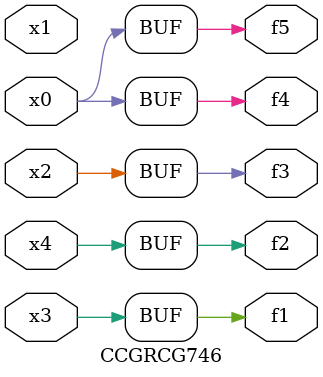
<source format=v>
module CCGRCG746(
	input x0, x1, x2, x3, x4,
	output f1, f2, f3, f4, f5
);
	assign f1 = x3;
	assign f2 = x4;
	assign f3 = x2;
	assign f4 = x0;
	assign f5 = x0;
endmodule

</source>
